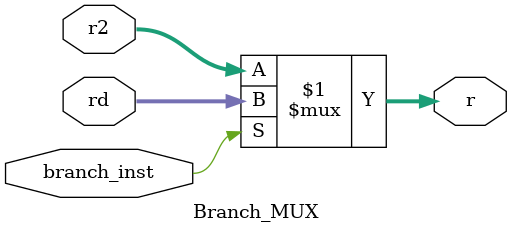
<source format=v>
`timescale 1ns / 1ps

module Branch_MUX(
    input branch_inst,
    input [2:0]r2,
    input [2:0]rd,
    output [2:0]r
    );
    
    assign r = branch_inst ? rd : r2;
endmodule

</source>
